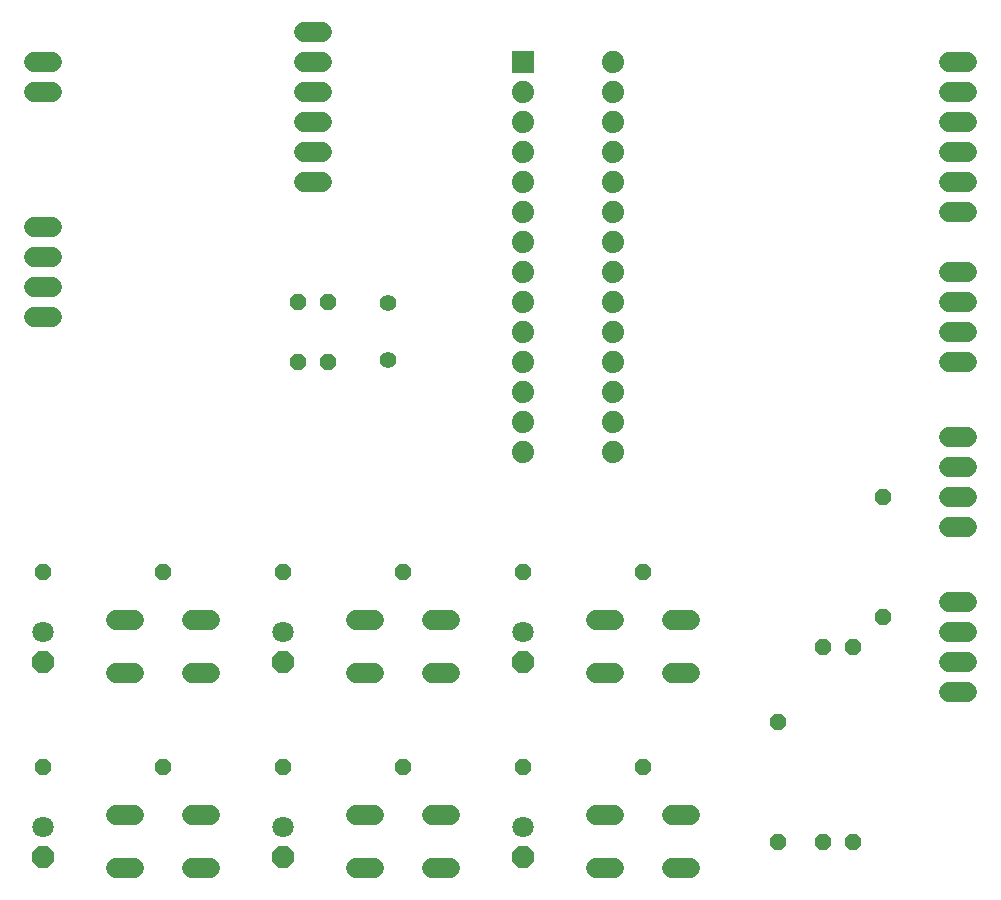
<source format=gts>
G75*
%MOIN*%
%OFA0B0*%
%FSLAX25Y25*%
%IPPOS*%
%LPD*%
%AMOC8*
5,1,8,0,0,1.08239X$1,22.5*
%
%ADD10OC8,0.07100*%
%ADD11C,0.07100*%
%ADD12OC8,0.05600*%
%ADD13C,0.06800*%
%ADD14C,0.05600*%
%ADD15R,0.07400X0.07400*%
%ADD16C,0.07400*%
D10*
X0027000Y0027884D03*
X0027000Y0092884D03*
X0107000Y0092884D03*
X0107000Y0027884D03*
X0187000Y0027884D03*
X0187000Y0092884D03*
D11*
X0187000Y0102884D03*
X0187000Y0037884D03*
X0107000Y0037884D03*
X0107000Y0102884D03*
X0027000Y0102884D03*
X0027000Y0037884D03*
D12*
X0027000Y0057884D03*
X0067000Y0057884D03*
X0107000Y0057884D03*
X0147000Y0057884D03*
X0187000Y0057884D03*
X0227000Y0057884D03*
X0272000Y0072884D03*
X0287000Y0097884D03*
X0297000Y0097884D03*
X0307000Y0107884D03*
X0307000Y0147884D03*
X0227000Y0122884D03*
X0187000Y0122884D03*
X0147000Y0122884D03*
X0107000Y0122884D03*
X0067000Y0122884D03*
X0027000Y0122884D03*
X0112000Y0192884D03*
X0122000Y0192884D03*
X0122000Y0212884D03*
X0112000Y0212884D03*
X0272000Y0032884D03*
X0287000Y0032884D03*
X0297000Y0032884D03*
D13*
X0242800Y0023984D02*
X0236800Y0023984D01*
X0236800Y0041784D02*
X0242800Y0041784D01*
X0217200Y0041784D02*
X0211200Y0041784D01*
X0211200Y0023984D02*
X0217200Y0023984D01*
X0162800Y0023984D02*
X0156800Y0023984D01*
X0156800Y0041784D02*
X0162800Y0041784D01*
X0137200Y0041784D02*
X0131200Y0041784D01*
X0131200Y0023984D02*
X0137200Y0023984D01*
X0082800Y0023984D02*
X0076800Y0023984D01*
X0076800Y0041784D02*
X0082800Y0041784D01*
X0057200Y0041784D02*
X0051200Y0041784D01*
X0051200Y0023984D02*
X0057200Y0023984D01*
X0057200Y0088984D02*
X0051200Y0088984D01*
X0051200Y0106784D02*
X0057200Y0106784D01*
X0076800Y0106784D02*
X0082800Y0106784D01*
X0082800Y0088984D02*
X0076800Y0088984D01*
X0131200Y0088984D02*
X0137200Y0088984D01*
X0137200Y0106784D02*
X0131200Y0106784D01*
X0156800Y0106784D02*
X0162800Y0106784D01*
X0162800Y0088984D02*
X0156800Y0088984D01*
X0211200Y0088984D02*
X0217200Y0088984D01*
X0236800Y0088984D02*
X0242800Y0088984D01*
X0242800Y0106784D02*
X0236800Y0106784D01*
X0217200Y0106784D02*
X0211200Y0106784D01*
X0329000Y0102884D02*
X0335000Y0102884D01*
X0335000Y0092884D02*
X0329000Y0092884D01*
X0329000Y0082884D02*
X0335000Y0082884D01*
X0335000Y0112884D02*
X0329000Y0112884D01*
X0329000Y0137884D02*
X0335000Y0137884D01*
X0335000Y0147884D02*
X0329000Y0147884D01*
X0329000Y0157884D02*
X0335000Y0157884D01*
X0335000Y0167884D02*
X0329000Y0167884D01*
X0329000Y0192884D02*
X0335000Y0192884D01*
X0335000Y0202884D02*
X0329000Y0202884D01*
X0329000Y0212884D02*
X0335000Y0212884D01*
X0335000Y0222884D02*
X0329000Y0222884D01*
X0329000Y0242884D02*
X0335000Y0242884D01*
X0335000Y0252884D02*
X0329000Y0252884D01*
X0329000Y0262884D02*
X0335000Y0262884D01*
X0335000Y0272884D02*
X0329000Y0272884D01*
X0329000Y0282884D02*
X0335000Y0282884D01*
X0335000Y0292884D02*
X0329000Y0292884D01*
X0120000Y0292884D02*
X0114000Y0292884D01*
X0114000Y0282884D02*
X0120000Y0282884D01*
X0120000Y0272884D02*
X0114000Y0272884D01*
X0114000Y0262884D02*
X0120000Y0262884D01*
X0120000Y0252884D02*
X0114000Y0252884D01*
X0114000Y0302884D02*
X0120000Y0302884D01*
X0030000Y0292884D02*
X0024000Y0292884D01*
X0024000Y0282884D02*
X0030000Y0282884D01*
X0030000Y0237884D02*
X0024000Y0237884D01*
X0024000Y0227884D02*
X0030000Y0227884D01*
X0030000Y0217884D02*
X0024000Y0217884D01*
X0024000Y0207884D02*
X0030000Y0207884D01*
D14*
X0142000Y0212384D03*
X0142000Y0193384D03*
D15*
X0187000Y0292884D03*
D16*
X0187000Y0282884D03*
X0187000Y0272884D03*
X0187000Y0262884D03*
X0187000Y0252884D03*
X0187000Y0242884D03*
X0187000Y0232884D03*
X0187000Y0222884D03*
X0187000Y0212884D03*
X0187000Y0202884D03*
X0187000Y0192884D03*
X0187000Y0182884D03*
X0187000Y0172884D03*
X0187000Y0162884D03*
X0217000Y0162884D03*
X0217000Y0172884D03*
X0217000Y0182884D03*
X0217000Y0192884D03*
X0217000Y0202884D03*
X0217000Y0212884D03*
X0217000Y0222884D03*
X0217000Y0232884D03*
X0217000Y0242884D03*
X0217000Y0252884D03*
X0217000Y0262884D03*
X0217000Y0272884D03*
X0217000Y0282884D03*
X0217000Y0292884D03*
M02*

</source>
